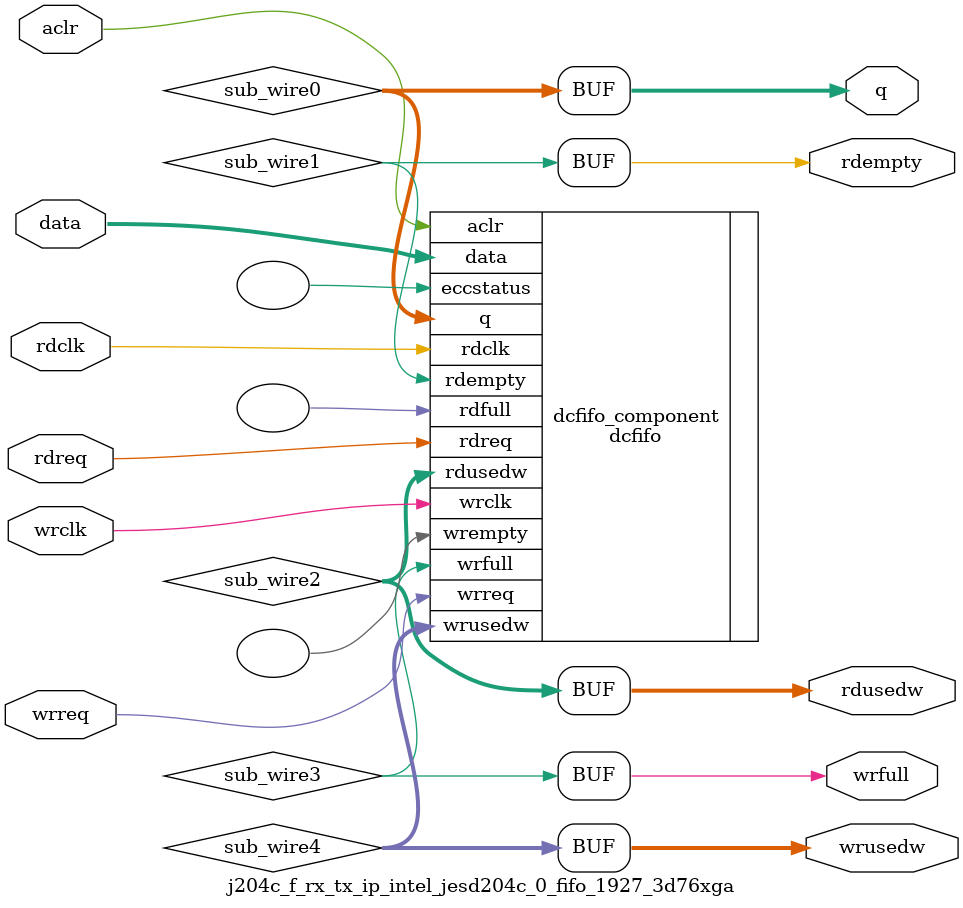
<source format=v>



`timescale 1 ps / 1 ps
// synopsys translate_on
module  j204c_f_rx_tx_ip_intel_jesd204c_0_fifo_1927_3d76xga  (
    aclr,
    data,
    rdclk,
    rdreq,
    wrclk,
    wrreq,
    q,
    rdempty,
    rdusedw,
    wrfull,
    wrusedw);

    input    aclr;
    input  [63:0]  data;
    input    rdclk;
    input    rdreq;
    input    wrclk;
    input    wrreq;
    output [63:0]  q;
    output   rdempty;
    output [2:0]  rdusedw;
    output   wrfull;
    output [2:0]  wrusedw;
`ifndef ALTERA_RESERVED_QIS
// synopsys translate_off
`endif
    tri0     aclr;
`ifndef ALTERA_RESERVED_QIS
// synopsys translate_on
`endif

    wire [63:0] sub_wire0;
    wire  sub_wire1;
    wire [2:0] sub_wire2;
    wire  sub_wire3;
    wire [2:0] sub_wire4;
    wire [63:0] q = sub_wire0[63:0];
    wire  rdempty = sub_wire1;
    wire [2:0] rdusedw = sub_wire2[2:0];
    wire  wrfull = sub_wire3;
    wire [2:0] wrusedw = sub_wire4[2:0];

    dcfifo  dcfifo_component (
                .aclr (aclr),
                .data (data),
                .rdclk (rdclk),
                .rdreq (rdreq),
                .wrclk (wrclk),
                .wrreq (wrreq),
                .q (sub_wire0),
                .rdempty (sub_wire1),
                .rdusedw (sub_wire2),
                .wrfull (sub_wire3),
                .wrusedw (sub_wire4),
                .eccstatus (),
                .rdfull (),
                .wrempty ());
    defparam
        dcfifo_component.enable_ecc  = "FALSE",
        dcfifo_component.intended_device_family  = "Agilex 7",
        dcfifo_component.lpm_hint  = "RAM_BLOCK_TYPE=MLAB,DISABLE_DCFIFO_EMBEDDED_TIMING_CONSTRAINT=TRUE",
        dcfifo_component.lpm_numwords  = 8,
        dcfifo_component.lpm_showahead  = "OFF",
        dcfifo_component.lpm_type  = "dcfifo",
        dcfifo_component.lpm_width  = 64,
        dcfifo_component.lpm_widthu  = 3,
        dcfifo_component.overflow_checking  = "ON",
        dcfifo_component.rdsync_delaypipe  = 4,
        dcfifo_component.read_aclr_synch  = "ON",
        dcfifo_component.underflow_checking  = "ON",
        dcfifo_component.use_eab  = "ON",
        dcfifo_component.write_aclr_synch  = "ON",
        dcfifo_component.wrsync_delaypipe  = 4;


endmodule



</source>
